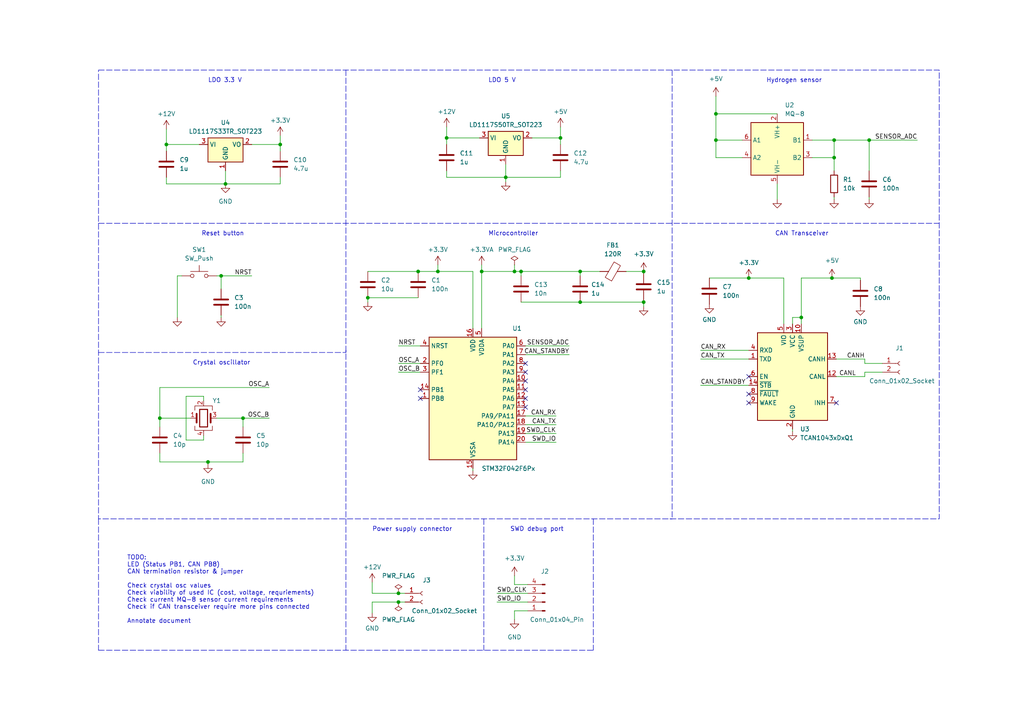
<source format=kicad_sch>
(kicad_sch (version 20230121) (generator eeschema)
  (paper "A4")
  (title_block (title "Hydrogen sensor") (date "2023-07-21") (rev "1") (company "Hydrogreen Pollub"))
  (lib_symbols
    (symbol "Connector:Conn_01x02_Socket" (pin_names (offset 1.016) hide)
      (property "Reference" "J" (at 0 2.54 0))
      (property "Value" "Conn_01x02_Socket" (at 0 -5.08 0))
      (symbol "Conn_01x02_Socket_1_1"
        (arc (start 0 -2.032) (mid -0.5058 -2.54) (end 0 -3.048) (stroke (width 0.1524)))
        (polyline (pts (xy -1.27 -2.54) (xy -0.508 -2.54)) (stroke (width 0.1524)))
        (polyline (pts (xy -1.27 0) (xy -0.508 0)) (stroke (width 0.1524)))
        (arc (start 0 0.508) (mid -0.5058 0) (end 0 -0.508) (stroke (width 0.1524)))
        (pin passive line (at -5.08 0 0) (length 3.81) (name "Pin_1") (number "1"))
        (pin passive line (at -5.08 -2.54 0) (length 3.81) (name "Pin_2") (number "2"))
      )
    )
    (symbol "Connector:Conn_01x04_Pin" (pin_names (offset 1.016) hide)
      (property "Reference" "J" (at 0 5.08 0))
      (property "Value" "Conn_01x04_Pin" (at 0 -7.62 0))
      (symbol "Conn_01x04_Pin_1_1"
        (polyline (pts (xy 1.27 -5.08) (xy 0.8636 -5.08)) (stroke (width 0.1524)))
        (polyline (pts (xy 1.27 -2.54) (xy 0.8636 -2.54)) (stroke (width 0.1524)))
        (polyline (pts (xy 1.27 0) (xy 0.8636 0)) (stroke (width 0.1524)))
        (polyline (pts (xy 1.27 2.54) (xy 0.8636 2.54)) (stroke (width 0.1524)))
        (rectangle (start 0.8636 -4.953) (end 0 -5.207) (stroke (width 0.1524)) (fill (type outline)))
        (rectangle (start 0.8636 -2.413) (end 0 -2.667) (stroke (width 0.1524)) (fill (type outline)))
        (rectangle (start 0.8636 0.127) (end 0 -0.127) (stroke (width 0.1524)) (fill (type outline)))
        (rectangle (start 0.8636 2.667) (end 0 2.413) (stroke (width 0.1524)) (fill (type outline)))
        (pin passive line (at 5.08 2.54 180) (length 3.81) (name "Pin_1") (number "1"))
        (pin passive line (at 5.08 0 180) (length 3.81) (name "Pin_2") (number "2"))
        (pin passive line (at 5.08 -2.54 180) (length 3.81) (name "Pin_3") (number "3"))
        (pin passive line (at 5.08 -5.08 180) (length 3.81) (name "Pin_4") (number "4"))
      )
    )
    (symbol "Device:C" (pin_numbers hide) (pin_names (offset 0.254))
      (property "Reference" "C" (at 0.635 2.54 0))
      (property "Value" "C" (at 0.635 -2.54 0))
      (symbol "C_0_1"
        (polyline (pts (xy -2.032 -0.762) (xy 2.032 -0.762)) (stroke (width 0.508)))
        (polyline (pts (xy -2.032 0.762) (xy 2.032 0.762)) (stroke (width 0.508)))
      )
      (symbol "C_1_1"
        (pin passive line (at 0 3.81 270) (length 2.794) (name "~") (number "1"))
        (pin passive line (at 0 -3.81 90) (length 2.794) (name "~") (number "2"))
      )
    )
    (symbol "Device:Crystal_GND24" (pin_names (offset 1.016) hide)
      (property "Reference" "Y" (at 3.175 5.08 0))
      (property "Value" "Crystal_GND24" (at 3.175 3.175 0))
      (symbol "Crystal_GND24_0_1"
        (rectangle (start -1.143 2.54) (end 1.143 -2.54) (stroke (width 0.3048)))
        (polyline (pts (xy -2.54 0) (xy -2.032 0)))
        (polyline (pts (xy -2.032 -1.27) (xy -2.032 1.27)) (stroke (width 0.508)))
        (polyline (pts (xy 0 -3.81) (xy 0 -3.556)))
        (polyline (pts (xy 0 3.556) (xy 0 3.81)))
        (polyline (pts (xy 2.032 -1.27) (xy 2.032 1.27)) (stroke (width 0.508)))
        (polyline (pts (xy 2.032 0) (xy 2.54 0)))
        (polyline (pts (xy -2.54 -2.286) (xy -2.54 -3.556) (xy 2.54 -3.556) (xy 2.54 -2.286)))
        (polyline (pts (xy -2.54 2.286) (xy -2.54 3.556) (xy 2.54 3.556) (xy 2.54 2.286)))
      )
      (symbol "Crystal_GND24_1_1"
        (pin passive line (at -3.81 0 0) (length 1.27) (name "1") (number "1"))
        (pin passive line (at 0 5.08 270) (length 1.27) (name "2") (number "2"))
        (pin passive line (at 3.81 0 180) (length 1.27) (name "3") (number "3"))
        (pin passive line (at 0 -5.08 90) (length 1.27) (name "4") (number "4"))
      )
    )
    (symbol "Device:FerriteBead" (pin_numbers hide) (pin_names (offset 0))
      (property "Reference" "FB" (at -3.81 0.635 90))
      (property "Value" "FerriteBead" (at 3.81 0 90))
      (symbol "FerriteBead_0_1"
        (polyline (pts (xy 0 -1.27) (xy 0 -1.2192)))
        (polyline (pts (xy 0 1.27) (xy 0 1.2954)))
        (polyline (pts (xy -2.7686 0.4064) (xy -1.7018 2.2606) (xy 2.7686 -0.3048) (xy 1.6764 -2.159) (xy -2.7686 0.4064)))
      )
      (symbol "FerriteBead_1_1"
        (pin passive line (at 0 3.81 270) (length 2.54) (name "~") (number "1"))
        (pin passive line (at 0 -3.81 90) (length 2.54) (name "~") (number "2"))
      )
    )
    (symbol "Device:R" (pin_numbers hide) (pin_names (offset 0))
      (property "Reference" "R" (at 2.032 0 90))
      (property "Value" "R" (at 0 0 90))
      (symbol "R_0_1"
        (rectangle (start -1.016 -2.54) (end 1.016 2.54) (stroke (width 0.254)))
      )
      (symbol "R_1_1"
        (pin passive line (at 0 3.81 270) (length 1.27) (name "~") (number "1"))
        (pin passive line (at 0 -3.81 90) (length 1.27) (name "~") (number "2"))
      )
    )
    (symbol "Interface_CAN_LIN:TCAN1043xDxQ1"
      (property "Reference" "U" (at -10.16 13.97 0))
      (property "Value" "TCAN1043xDxQ1" (at 3.81 13.97 0))
      (symbol "TCAN1043xDxQ1_0_1"
        (rectangle (start -10.16 12.7) (end 10.16 -12.7) (stroke (width 0.254)) (fill (type background)))
      )
      (symbol "TCAN1043xDxQ1_1_1"
        (pin input line (at -12.7 5.08 0) (length 2.54) (name "TXD") (number "1"))
        (pin power_in line (at 2.54 15.24 270) (length 2.54) (name "VSUP") (number "10"))
        (pin no_connect line (at 10.16 -10.16 180) (length 2.54) hide (name "NC") (number "11"))
        (pin bidirectional line (at 12.7 0 180) (length 2.54) (name "CANL") (number "12"))
        (pin bidirectional line (at 12.7 5.08 180) (length 2.54) (name "CANH") (number "13"))
        (pin input line (at -12.7 -2.54 0) (length 2.54) (name "~{STB}") (number "14"))
        (pin power_in line (at 0 -15.24 90) (length 2.54) (name "GND") (number "2"))
        (pin power_in line (at 0 15.24 270) (length 2.54) (name "VCC") (number "3"))
        (pin output line (at -12.7 7.62 0) (length 2.54) (name "RXD") (number "4"))
        (pin power_in line (at -2.54 15.24 270) (length 2.54) (name "VIO") (number "5"))
        (pin input line (at -12.7 0 0) (length 2.54) (name "EN") (number "6"))
        (pin open_emitter line (at 12.7 -7.62 180) (length 2.54) (name "INH") (number "7"))
        (pin output line (at -12.7 -5.08 0) (length 2.54) (name "~{FAULT}") (number "8"))
        (pin input line (at -12.7 -7.62 0) (length 2.54) (name "WAKE") (number "9"))
      )
    )
    (symbol "MCU_ST_STM32F0:STM32F042F6Px"
      (property "Reference" "U" (at -12.7 19.05 0))
      (property "Value" "STM32F042F6Px" (at 5.08 19.05 0))
      (symbol "STM32F042F6Px_0_1"
        (rectangle (start -12.7 -17.78) (end 12.7 17.78) (stroke (width 0.254)) (fill (type background)))
      )
      (symbol "STM32F042F6Px_1_1"
        (pin bidirectional line (at -15.24 0 0) (length 2.54) (name "PB8") (number "1"))
        (pin bidirectional line (at 15.24 5.08 180) (length 2.54) (name "PA4") (number "10"))
        (pin bidirectional line (at 15.24 2.54 180) (length 2.54) (name "PA5") (number "11"))
        (pin bidirectional line (at 15.24 0 180) (length 2.54) (name "PA6") (number "12"))
        (pin bidirectional line (at 15.24 -2.54 180) (length 2.54) (name "PA7") (number "13"))
        (pin bidirectional line (at -15.24 2.54 0) (length 2.54) (name "PB1") (number "14"))
        (pin power_in line (at 0 -20.32 90) (length 2.54) (name "VSSA") (number "15"))
        (pin power_in line (at 0 20.32 270) (length 2.54) (name "VDD") (number "16"))
        (pin bidirectional line (at 15.24 -5.08 180) (length 2.54) (name "PA9/PA11") (number "17"))
        (pin bidirectional line (at 15.24 -7.62 180) (length 2.54) (name "PA10/PA12") (number "18"))
        (pin bidirectional line (at 15.24 -10.16 180) (length 2.54) (name "PA13") (number "19"))
        (pin bidirectional line (at -15.24 10.16 0) (length 2.54) (name "PF0") (number "2"))
        (pin bidirectional line (at 15.24 -12.7 180) (length 2.54) (name "PA14") (number "20"))
        (pin bidirectional line (at -15.24 7.62 0) (length 2.54) (name "PF1") (number "3"))
        (pin input line (at -15.24 15.24 0) (length 2.54) (name "NRST") (number "4"))
        (pin power_in line (at 2.54 20.32 270) (length 2.54) (name "VDDA") (number "5"))
        (pin bidirectional line (at 15.24 15.24 180) (length 2.54) (name "PA0") (number "6"))
        (pin bidirectional line (at 15.24 12.7 180) (length 2.54) (name "PA1") (number "7"))
        (pin bidirectional line (at 15.24 10.16 180) (length 2.54) (name "PA2") (number "8"))
        (pin bidirectional line (at 15.24 7.62 180) (length 2.54) (name "PA3") (number "9"))
      )
    )
    (symbol "Regulator_Linear:LD1117S33TR_SOT223"
      (property "Reference" "U" (at -3.81 3.175 0))
      (property "Value" "LD1117S33TR_SOT223" (at 0 3.175 0))
      (symbol "LD1117S33TR_SOT223_0_1"
        (rectangle (start -5.08 -5.08) (end 5.08 1.905) (stroke (width 0.254)) (fill (type background)))
      )
      (symbol "LD1117S33TR_SOT223_1_1"
        (pin power_in line (at 0 -7.62 90) (length 2.54) (name "GND") (number "1"))
        (pin power_out line (at 7.62 0 180) (length 2.54) (name "VO") (number "2"))
        (pin power_in line (at -7.62 0 0) (length 2.54) (name "VI") (number "3"))
      )
    )
    (symbol "Regulator_Linear:LD1117S50TR_SOT223"
      (property "Reference" "U" (at -3.81 3.175 0))
      (property "Value" "LD1117S50TR_SOT223" (at 0 3.175 0))
      (symbol "LD1117S50TR_SOT223_0_1"
        (rectangle (start -5.08 -5.08) (end 5.08 1.905) (stroke (width 0.254)) (fill (type background)))
      )
      (symbol "LD1117S50TR_SOT223_1_1"
        (pin power_in line (at 0 -7.62 90) (length 2.54) (name "GND") (number "1"))
        (pin power_out line (at 7.62 0 180) (length 2.54) (name "VO") (number "2"))
        (pin power_in line (at -7.62 0 0) (length 2.54) (name "VI") (number "3"))
      )
    )
    (symbol "Sensor_Gas:MQ-6"
      (property "Reference" "U" (at -6.35 8.89 0))
      (property "Value" "MQ-6" (at 3.81 8.89 0))
      (symbol "MQ-6_0_1"
        (rectangle (start -7.62 7.62) (end 7.62 -7.62) (stroke (width 0.254)) (fill (type background)))
      )
      (symbol "MQ-6_1_1"
        (pin passive line (at 10.16 2.54 180) (length 2.54) (name "B1") (number "1"))
        (pin power_in line (at 0 10.16 270) (length 2.54) (name "VH+") (number "2"))
        (pin passive line (at 10.16 -2.54 180) (length 2.54) (name "B2") (number "3"))
        (pin passive line (at -10.16 -2.54 0) (length 2.54) (name "A2") (number "4"))
        (pin power_in line (at 0 -10.16 90) (length 2.54) (name "VH-") (number "5"))
        (pin passive line (at -10.16 2.54 0) (length 2.54) (name "A1") (number "6"))
      )
    )
    (symbol "Switch:SW_Push" (pin_numbers hide) (pin_names (offset 1.016) hide)
      (property "Reference" "SW" (at 1.27 2.54 0))
      (property "Value" "SW_Push" (at 0 -1.524 0))
      (symbol "SW_Push_0_1"
        (circle (center -2.032 0) (radius 0.508))
        (polyline (pts (xy 0 1.27) (xy 0 3.048)))
        (polyline (pts (xy 2.54 1.27) (xy -2.54 1.27)))
        (circle (center 2.032 0) (radius 0.508))
        (pin passive line (at -5.08 0 0) (length 2.54) (name "1") (number "1"))
        (pin passive line (at 5.08 0 180) (length 2.54) (name "2") (number "2"))
      )
    )
    (symbol "power:+12V" (power) (pin_names (offset 0))
      (property "Value" "+12V" (at 0 3.556 0))
      (symbol "+12V_0_1"
        (polyline (pts (xy -0.762 1.27) (xy 0 2.54)))
        (polyline (pts (xy 0 0) (xy 0 2.54)))
        (polyline (pts (xy 0 2.54) (xy 0.762 1.27)))
      )
      (symbol "+12V_1_1"
        (pin power_in line (at 0 0 90) (length 0) hide (name "+12V") (number "1"))
      )
    )
    (symbol "power:+3.3V" (power) (pin_names (offset 0))
      (property "Value" "+3.3V" (at 0 3.556 0))
      (symbol "+3.3V_0_1"
        (polyline (pts (xy -0.762 1.27) (xy 0 2.54)))
        (polyline (pts (xy 0 0) (xy 0 2.54)))
        (polyline (pts (xy 0 2.54) (xy 0.762 1.27)))
      )
      (symbol "+3.3V_1_1"
        (pin power_in line (at 0 0 90) (length 0) hide (name "+3.3V") (number "1"))
      )
    )
    (symbol "power:+3.3VA" (power) (pin_names (offset 0))
      (property "Value" "+3.3VA" (at 0 3.556 0))
      (symbol "+3.3VA_0_1"
        (polyline (pts (xy -0.762 1.27) (xy 0 2.54)))
        (polyline (pts (xy 0 0) (xy 0 2.54)))
        (polyline (pts (xy 0 2.54) (xy 0.762 1.27)))
      )
      (symbol "+3.3VA_1_1"
        (pin power_in line (at 0 0 90) (length 0) hide (name "+3.3VA") (number "1"))
      )
    )
    (symbol "power:+5V" (power) (pin_names (offset 0))
      (property "Value" "+5V" (at 0 3.556 0))
      (symbol "+5V_0_1"
        (polyline (pts (xy -0.762 1.27) (xy 0 2.54)))
        (polyline (pts (xy 0 0) (xy 0 2.54)))
        (polyline (pts (xy 0 2.54) (xy 0.762 1.27)))
      )
      (symbol "+5V_1_1"
        (pin power_in line (at 0 0 90) (length 0) hide (name "+5V") (number "1"))
      )
    )
    (symbol "power:GND" (power) (pin_names (offset 0))
      (property "Value" "GND" (at 0 -3.81 0))
      (symbol "GND_0_1"
        (polyline (pts (xy 0 0) (xy 0 -1.27) (xy 1.27 -1.27) (xy 0 -2.54) (xy -1.27 -1.27) (xy 0 -1.27)))
      )
      (symbol "GND_1_1"
        (pin power_in line (at 0 0 270) (length 0) hide (name "GND") (number "1"))
      )
    )
    (symbol "power:PWR_FLAG" (power) (pin_numbers hide) (pin_names (offset 0) hide)
      (property "Value" "PWR_FLAG" (at 0 3.81 0))
      (symbol "PWR_FLAG_0_0"
        (pin power_out line (at 0 0 90) (length 0) (name "pwr") (number "1"))
      )
      (symbol "PWR_FLAG_0_1"
        (polyline (pts (xy 0 0) (xy 0 1.27) (xy -1.016 1.905) (xy 0 2.54) (xy 1.016 1.905) (xy 0 1.27)))
      )
    )
  )
  (junction (at 139.7 78.74))
  (junction (at 207.645 40.64))
  (junction (at 168.275 87.63))
  (junction (at 241.935 40.64))
  (junction (at 81.28 41.91))
  (junction (at 232.41 92.075))
  (junction (at 207.645 33.02))
  (junction (at 149.225 78.74))
  (junction (at 106.68 86.36))
  (junction (at 186.69 78.74))
  (junction (at 168.275 78.74))
  (junction (at 151.13 78.74))
  (junction (at 129.54 40.005))
  (junction (at 115.57 174.625))
  (junction (at 64.135 80.01))
  (junction (at 65.405 53.34))
  (junction (at 186.69 87.63))
  (junction (at 127 78.74))
  (junction (at 162.56 40.005))
  (junction (at 121.285 78.74))
  (junction (at 46.355 121.285))
  (junction (at 115.57 172.085))
  (junction (at 146.685 51.435))
  (junction (at 241.935 45.72))
  (junction (at 252.095 40.64))
  (junction (at 241.3 80.645))
  (junction (at 217.17 80.645))
  (junction (at 48.26 41.91))
  (junction (at 60.325 133.985))
  (junction (at 70.485 121.285))
  (no_connect (at 152.4 118.11))
  (no_connect (at 121.92 115.57))
  (no_connect (at 152.4 110.49))
  (no_connect (at 152.4 115.57))
  (no_connect (at 152.4 105.41))
  (no_connect (at 152.4 113.03))
  (no_connect (at 242.57 116.84))
  (no_connect (at 217.17 116.84))
  (no_connect (at 152.4 107.95))
  (no_connect (at 121.92 113.03))
  (no_connect (at 217.17 114.3))
  (no_connect (at 217.17 109.22))
  (polyline (pts (xy 100.33 20.32) (xy 100.33 150.495)) (stroke (width 0) (type dash)))
  (wire (pts (xy 168.275 78.74) (xy 173.99 78.74)))
  (wire (pts (xy 46.355 112.395) (xy 78.105 112.395)))
  (wire (pts (xy 149.225 76.835) (xy 149.225 78.74)))
  (wire (pts (xy 107.95 172.085) (xy 107.95 168.91)))
  (wire (pts (xy 70.485 121.285) (xy 78.105 121.285)))
  (wire (pts (xy 250.825 105.41) (xy 250.825 104.14)))
  (wire (pts (xy 144.145 172.085) (xy 153.035 172.085)))
  (wire (pts (xy 59.055 116.205) (xy 59.055 114.935)))
  (wire (pts (xy 127 78.74) (xy 137.16 78.74)))
  (wire (pts (xy 106.68 86.36) (xy 121.285 86.36)))
  (wire (pts (xy 149.225 177.165) (xy 149.225 179.705)))
  (wire (pts (xy 137.16 136.525) (xy 137.16 135.89)))
  (wire (pts (xy 62.865 121.285) (xy 70.485 121.285)))
  (wire (pts (xy 151.13 87.63) (xy 168.275 87.63)))
  (wire (pts (xy 73.025 41.91) (xy 81.28 41.91)))
  (wire (pts (xy 48.26 53.34) (xy 48.26 51.435)))
  (wire (pts (xy 149.225 78.74) (xy 151.13 78.74)))
  (wire (pts (xy 232.41 92.075) (xy 232.41 93.98)))
  (wire (pts (xy 137.16 78.74) (xy 137.16 95.25)))
  (wire (pts (xy 139.7 76.835) (xy 139.7 78.74)))
  (wire (pts (xy 250.825 109.22) (xy 242.57 109.22)))
  (wire (pts (xy 153.035 177.165) (xy 149.225 177.165)))
  (wire (pts (xy 162.56 36.83) (xy 162.56 40.005)))
  (wire (pts (xy 115.57 172.085) (xy 107.95 172.085)))
  (polyline (pts (xy 194.31 150.495) (xy 194.945 150.495)))
  (wire (pts (xy 139.7 95.25) (xy 139.7 78.74)))
  (wire (pts (xy 146.685 47.625) (xy 146.685 51.435)))
  (wire (pts (xy 53.975 127.635) (xy 59.055 127.635)))
  (wire (pts (xy 48.26 43.815) (xy 48.26 41.91)))
  (wire (pts (xy 70.485 133.985) (xy 60.325 133.985)))
  (wire (pts (xy 252.095 40.64) (xy 266.065 40.64)))
  (wire (pts (xy 241.935 45.72) (xy 241.935 49.53)))
  (wire (pts (xy 59.055 126.365) (xy 59.055 127.635)))
  (wire (pts (xy 65.405 49.53) (xy 65.405 53.34)))
  (wire (pts (xy 59.055 114.935) (xy 53.975 114.935)))
  (wire (pts (xy 64.135 92.075) (xy 64.135 91.44)))
  (wire (pts (xy 46.355 121.285) (xy 46.355 123.825)))
  (wire (pts (xy 161.29 128.27) (xy 152.4 128.27)))
  (wire (pts (xy 232.41 80.645) (xy 241.3 80.645)))
  (wire (pts (xy 55.245 121.285) (xy 46.355 121.285)))
  (wire (pts (xy 235.585 40.64) (xy 241.935 40.64)))
  (wire (pts (xy 48.26 41.91) (xy 57.785 41.91)))
  (wire (pts (xy 227.33 93.98) (xy 227.33 80.645)))
  (wire (pts (xy 115.57 107.95) (xy 121.92 107.95)))
  (wire (pts (xy 217.17 80.645) (xy 227.33 80.645)))
  (wire (pts (xy 203.2 104.14) (xy 217.17 104.14)))
  (wire (pts (xy 146.685 51.435) (xy 162.56 51.435)))
  (wire (pts (xy 46.355 133.985) (xy 60.325 133.985)))
  (wire (pts (xy 154.305 40.005) (xy 162.56 40.005)))
  (wire (pts (xy 51.435 80.01) (xy 52.705 80.01)))
  (wire (pts (xy 225.425 57.785) (xy 225.425 53.34)))
  (wire (pts (xy 81.28 39.37) (xy 81.28 41.91)))
  (wire (pts (xy 181.61 78.74) (xy 186.69 78.74)))
  (wire (pts (xy 115.57 174.625) (xy 107.95 174.625)))
  (wire (pts (xy 250.825 104.14) (xy 242.57 104.14)))
  (wire (pts (xy 151.13 78.74) (xy 151.13 80.01)))
  (wire (pts (xy 48.26 41.91) (xy 48.26 37.465)))
  (polyline (pts (xy 28.575 102.235) (xy 100.33 102.235)) (stroke (width 0) (type dash)))
  (wire (pts (xy 250.825 107.95) (xy 250.825 109.22)))
  (wire (pts (xy 203.2 111.76) (xy 217.17 111.76)))
  (polyline (pts (xy 28.575 188.595) (xy 172.085 188.595)) (stroke (width 0) (type dash)))
  (wire (pts (xy 249.555 80.645) (xy 241.3 80.645)))
  (wire (pts (xy 81.28 53.34) (xy 81.28 51.435)))
  (wire (pts (xy 127 76.835) (xy 127 78.74)))
  (wire (pts (xy 255.905 105.41) (xy 250.825 105.41)))
  (wire (pts (xy 106.68 78.74) (xy 121.285 78.74)))
  (wire (pts (xy 232.41 80.645) (xy 232.41 92.075)))
  (wire (pts (xy 129.54 41.91) (xy 129.54 40.005)))
  (wire (pts (xy 249.555 81.28) (xy 249.555 80.645)))
  (wire (pts (xy 53.975 114.935) (xy 53.975 127.635)))
  (wire (pts (xy 161.29 123.19) (xy 152.4 123.19)))
  (wire (pts (xy 241.935 40.64) (xy 241.935 45.72)))
  (wire (pts (xy 146.685 52.705) (xy 146.685 51.435)))
  (wire (pts (xy 241.935 57.785) (xy 241.935 57.15)))
  (wire (pts (xy 207.645 27.94) (xy 207.645 33.02)))
  (wire (pts (xy 46.355 131.445) (xy 46.355 133.985)))
  (wire (pts (xy 115.57 105.41) (xy 121.92 105.41)))
  (polyline (pts (xy 28.575 150.495) (xy 28.575 188.595)) (stroke (width 0) (type dash)))
  (wire (pts (xy 252.095 57.785) (xy 252.095 57.15)))
  (wire (pts (xy 65.405 53.34) (xy 81.28 53.34)))
  (wire (pts (xy 165.1 100.33) (xy 152.4 100.33)))
  (wire (pts (xy 153.035 169.545) (xy 149.225 169.545)))
  (wire (pts (xy 129.54 51.435) (xy 129.54 49.53)))
  (wire (pts (xy 70.485 131.445) (xy 70.485 133.985)))
  (wire (pts (xy 162.56 51.435) (xy 162.56 49.53)))
  (wire (pts (xy 186.69 86.995) (xy 186.69 87.63)))
  (wire (pts (xy 229.87 92.075) (xy 232.41 92.075)))
  (wire (pts (xy 129.54 40.005) (xy 129.54 36.83)))
  (wire (pts (xy 149.225 169.545) (xy 149.225 167.005)))
  (wire (pts (xy 235.585 45.72) (xy 241.935 45.72)))
  (wire (pts (xy 229.87 93.98) (xy 229.87 92.075)))
  (polyline (pts (xy 28.575 64.77) (xy 272.415 64.77)) (stroke (width 0) (type dash)))
  (wire (pts (xy 215.265 40.64) (xy 207.645 40.64)))
  (wire (pts (xy 241.935 40.64) (xy 252.095 40.64)))
  (wire (pts (xy 161.29 125.73) (xy 152.4 125.73)))
  (wire (pts (xy 255.905 107.95) (xy 250.825 107.95)))
  (wire (pts (xy 186.69 87.63) (xy 168.275 87.63)))
  (wire (pts (xy 70.485 121.285) (xy 70.485 123.825)))
  (wire (pts (xy 117.475 174.625) (xy 115.57 174.625)))
  (wire (pts (xy 215.265 45.72) (xy 207.645 45.72)))
  (wire (pts (xy 64.135 80.01) (xy 73.025 80.01)))
  (wire (pts (xy 144.145 174.625) (xy 153.035 174.625)))
  (wire (pts (xy 46.355 121.285) (xy 46.355 112.395)))
  (wire (pts (xy 106.68 86.36) (xy 106.68 87.63)))
  (wire (pts (xy 60.325 134.62) (xy 60.325 133.985)))
  (wire (pts (xy 168.275 78.74) (xy 168.275 80.01)))
  (polyline (pts (xy 140.335 150.495) (xy 140.335 188.595)) (stroke (width 0) (type dash)))
  (wire (pts (xy 252.095 40.64) (xy 252.095 49.53)))
  (wire (pts (xy 186.69 78.74) (xy 186.69 79.375)))
  (wire (pts (xy 162.56 41.91) (xy 162.56 40.005)))
  (wire (pts (xy 121.285 78.74) (xy 127 78.74)))
  (wire (pts (xy 165.1 102.87) (xy 152.4 102.87)))
  (wire (pts (xy 117.475 172.085) (xy 115.57 172.085)))
  (wire (pts (xy 203.2 101.6) (xy 217.17 101.6)))
  (wire (pts (xy 151.13 78.74) (xy 168.275 78.74)))
  (polyline (pts (xy 100.33 102.235) (xy 100.33 101.6)))
  (wire (pts (xy 65.405 53.34) (xy 48.26 53.34)))
  (wire (pts (xy 161.29 120.65) (xy 152.4 120.65)))
  (wire (pts (xy 229.87 125.095) (xy 229.87 124.46)))
  (wire (pts (xy 64.135 80.01) (xy 64.135 83.82)))
  (wire (pts (xy 115.57 100.33) (xy 121.92 100.33)))
  (polyline (pts (xy 194.945 20.32) (xy 194.945 150.495)) (stroke (width 0) (type dash)))
  (wire (pts (xy 51.435 80.01) (xy 51.435 92.075)))
  (polyline (pts (xy 172.085 150.495) (xy 172.085 188.595)) (stroke (width 0) (type dash)))
  (wire (pts (xy 205.74 80.645) (xy 217.17 80.645)))
  (wire (pts (xy 139.7 78.74) (xy 149.225 78.74)))
  (wire (pts (xy 207.645 40.64) (xy 207.645 33.02)))
  (wire (pts (xy 186.69 88.9) (xy 186.69 87.63)))
  (wire (pts (xy 129.54 51.435) (xy 146.685 51.435)))
  (wire (pts (xy 207.645 33.02) (xy 225.425 33.02)))
  (wire (pts (xy 207.645 45.72) (xy 207.645 40.64)))
  (polyline (pts (xy 100.33 188.595) (xy 100.965 188.595)))
  (wire (pts (xy 129.54 40.005) (xy 139.065 40.005)))
  (wire (pts (xy 62.865 80.01) (xy 64.135 80.01)))
  (wire (pts (xy 81.28 43.815) (xy 81.28 41.91)))
  (polyline (pts (xy 100.33 150.495) (xy 100.33 188.595)) (stroke (width 0) (type dash)))
  (wire (pts (xy 107.95 174.625) (xy 107.95 177.8)))
  (rectangle (start 28.575 20.32) (end 272.415 150.495) (stroke (width 0) (type dash)))
  (text "TODO:\nLED (Status PB1, CAN PB8)\nCAN termination resistor & jumper\n\nCheck crystal osc values\nCheck viability of used IC (cost, voltage, requriements)\nCheck current MQ-8 sensor current requirements\nCheck if CAN transceiver require more pins connected\n\nAnnotate document" (at 36.83 180.975 0) (effects (font (size 1.27 1.27)) (justify left bottom)))
  (text "Microcontroller" (at 141.605 68.58 0) (effects (font (size 1.27 1.27)) (justify left bottom)))
  (text "LDO 5 V" (at 141.605 24.13 0) (effects (font (size 1.27 1.27)) (justify left bottom)))
  (text "Power supply connector" (at 107.95 154.305 0) (effects (font (size 1.27 1.27)) (justify left bottom)))
  (text "SWD debug port" (at 147.955 154.305 0) (effects (font (size 1.27 1.27)) (justify left bottom)))
  (text "Crystal oscillator" (at 55.88 106.045 0) (effects (font (size 1.27 1.27)) (justify left bottom)))
  (text "Reset button" (at 58.42 68.58 0) (effects (font (size 1.27 1.27)) (justify left bottom)))
  (text "LDO 3.3 V" (at 60.325 24.13 0) (effects (font (size 1.27 1.27)) (justify left bottom)))
  (text "Hydrogen sensor" (at 222.25 24.13 0) (effects (font (size 1.27 1.27)) (justify left bottom)))
  (text "CAN Transceiver" (at 224.79 68.58 0) (effects (font (size 1.27 1.27)) (justify left bottom)))
  (label "SWD_CLK" (at 161.29 125.73 180))
  (label "OSC_A" (at 78.105 112.395 180))
  (label "SWD_IO" (at 144.145 174.625 0))
  (label "CAN_TX" (at 161.29 123.19 180))
  (label "CAN_STANDBY" (at 203.2 111.76 0))
  (label "SENSOR_ADC" (at 266.065 40.64 180))
  (label "OSC_A" (at 115.57 105.41 0))
  (label "SENSOR_ADC" (at 165.1 100.33 180))
  (label "CAN_RX" (at 203.2 101.6 0))
  (label "CAN_RX" (at 161.29 120.65 180))
  (label "CAN_TX" (at 203.2 104.14 0))
  (label "OSC_B" (at 115.57 107.95 0))
  (label "OSC_B" (at 78.105 121.285 180))
  (label "CAN_STANDBY" (at 165.1 102.87 180))
  (label "CANH" (at 250.825 104.14 180))
  (label "CANL" (at 248.285 109.22 180))
  (label "NRST" (at 115.57 100.33 0))
  (label "SWD_CLK" (at 144.145 172.085 0))
  (label "NRST" (at 73.025 80.01 180))
  (label "SWD_IO" (at 161.29 128.27 180))
  (symbol (lib_id "Connector:Conn_01x02_Socket") (at 260.985 105.41 0) (unit 1)
    (property "Reference" "J1" (at 259.715 100.965 0) (effects (justify left)))
    (property "Value" "Conn_01x02_Socket" (at 252.095 110.49 0) (effects (justify left)))
  )
  (symbol (lib_id "Device:R") (at 241.935 53.34 0) (unit 1)
    (property "Reference" "R1" (at 244.475 52.07 0) (effects (justify left)))
    (property "Value" "10k" (at 244.475 54.61 0) (effects (justify left)))
  )
  (symbol (lib_id "Device:C") (at 162.56 45.72 0) (unit 1)
    (property "Reference" "C12" (at 166.37 44.45 0) (effects (justify left)))
    (property "Value" "4.7u" (at 166.37 46.99 0) (effects (justify left)))
  )
  (symbol (lib_id "Sensor_Gas:MQ-6") (at 225.425 43.18 0) (unit 1)
    (property "Reference" "U2" (at 227.6191 30.48 0) (effects (justify left)))
    (property "Value" "MQ-8" (at 227.6191 33.02 0) (effects (justify left)))
    (property "Footprint" "Sensor:MQ-6" (effects hide))
    (property "Datasheet" "https://www.winsen-sensor.com/d/files/semiconductor/mq-6.pdf" (effects hide))
  )
  (symbol (lib_id "Regulator_Linear:LD1117S33TR_SOT223") (at 65.405 41.91 0) (unit 1)
    (property "Reference" "U4" (at 65.405 35.56 0))
    (property "Value" "LD1117S33TR_SOT223" (at 65.405 38.1 0))
    (property "Footprint" "Package_TO_SOT_SMD:SOT-223-3_TabPin2" (effects hide))
    (property "Datasheet" "http://www.st.com/st-web-ui/static/active/en/resource/technical/document/datasheet/CD00000544.pdf" (effects hide))
  )
  (symbol (lib_id "MCU_ST_STM32F0:STM32F042F6Px") (at 137.16 115.57 0) (unit 1)
    (property "Reference" "U1" (at 148.59 95.25 0) (effects (justify left)))
    (property "Value" "STM32F042F6Px" (at 139.7 135.89 0) (effects (justify left)))
    (property "Footprint" "Package_SO:TSSOP-20_4.4x6.5mm_P0.65mm" (effects hide))
    (property "Datasheet" "https://www.st.com/resource/en/datasheet/stm32f042f6.pdf" (effects hide))
  )
  (symbol (lib_id "Device:C") (at 121.285 82.55 0) (unit 1)
    (property "Reference" "C1" (at 125.095 81.28 0) (effects (justify left)))
    (property "Value" "100n" (at 125.095 83.82 0) (effects (justify left)))
  )
  (symbol (lib_id "Device:C") (at 64.135 87.63 0) (unit 1)
    (property "Reference" "C3" (at 67.945 86.36 0) (effects (justify left)))
    (property "Value" "100n" (at 67.945 88.9 0) (effects (justify left)))
  )
  (symbol (lib_id "power:+3.3V") (at 127 76.835 0) (unit 1)
    (property "Reference" "#PWR01" (effects hide))
    (property "Value" "+3.3V" (at 127 72.39 0))
  )
  (symbol (lib_id "power:+3.3V") (at 149.225 167.005 0) (unit 1)
    (property "Reference" "#PWR025" (effects hide))
    (property "Value" "+3.3V" (at 149.225 161.925 0))
  )
  (symbol (lib_id "power:GND") (at 186.69 88.9 0) (unit 1)
    (property "Reference" "#PWR023" (effects hide))
    (property "Value" "GND" (effects hide))
  )
  (symbol (lib_id "Connector:Conn_01x04_Pin") (at 158.115 174.625 180) (unit 1)
    (property "Reference" "J2" (at 156.845 165.735 0) (effects (justify right)))
    (property "Value" "Conn_01x04_Pin" (at 153.67 179.705 0) (effects (justify right)))
  )
  (symbol (lib_id "Device:C") (at 106.68 82.55 0) (unit 1)
    (property "Reference" "C2" (at 110.49 81.28 0) (effects (justify left)))
    (property "Value" "10u" (at 110.49 83.82 0) (effects (justify left)))
  )
  (symbol (lib_id "power:+5V") (at 207.645 27.94 0) (unit 1)
    (property "Reference" "#PWR06" (effects hide))
    (property "Value" "+5V" (at 207.645 22.86 0))
  )
  (symbol (lib_id "power:+5V") (at 241.3 80.645 0) (unit 1)
    (property "Reference" "#PWR012" (effects hide))
    (property "Value" "+5V" (at 241.3 75.565 0))
  )
  (symbol (lib_id "power:GND") (at 106.68 87.63 0) (unit 1)
    (property "Reference" "#PWR02" (effects hide))
    (property "Value" "GND" (effects hide))
  )
  (symbol (lib_id "Device:C") (at 249.555 85.09 0) (unit 1)
    (property "Reference" "C8" (at 253.365 83.82 0) (effects (justify left)))
    (property "Value" "100n" (at 253.365 86.36 0) (effects (justify left)))
  )
  (symbol (lib_id "power:GND") (at 241.935 57.785 0) (unit 1)
    (property "Reference" "#PWR08" (effects hide))
    (property "Value" "GND" (effects hide))
  )
  (symbol (lib_id "power:PWR_FLAG") (at 115.57 172.085 0) (unit 1)
    (property "Reference" "#FLG01" (effects hide))
    (property "Value" "PWR_FLAG" (at 115.57 167.005 0))
  )
  (symbol (lib_id "power:+3.3V") (at 81.28 39.37 0) (unit 1)
    (property "Reference" "#PWR016" (effects hide))
    (property "Value" "+3.3V" (at 81.28 34.925 0))
  )
  (symbol (lib_id "power:+3.3V") (at 217.17 80.645 0) (unit 1)
    (property "Reference" "#PWR011" (effects hide))
    (property "Value" "+3.3V" (at 217.17 76.2 0))
  )
  (symbol (lib_id "power:+3.3V") (at 186.69 78.74 0) (unit 1)
    (property "Reference" "#PWR024" (effects hide))
    (property "Value" "+3.3V" (at 186.69 73.66 0))
  )
  (symbol (lib_id "power:+5V") (at 162.56 36.83 0) (unit 1)
    (property "Reference" "#PWR020" (effects hide))
    (property "Value" "+5V" (at 162.56 32.385 0))
  )
  (symbol (lib_id "Device:Crystal_GND24") (at 59.055 121.285 0) (unit 1)
    (property "Reference" "Y1" (at 62.865 116.205 0))
    (property "Value" "Crystal_GND24" (effects hide))
  )
  (symbol (lib_id "power:GND") (at 107.95 177.8 0) (unit 1)
    (property "Reference" "#PWR028" (effects hide))
    (property "Value" "GND" (at 107.95 182.245 0))
  )
  (symbol (lib_id "power:PWR_FLAG") (at 149.225 76.835 0) (unit 1)
    (property "Reference" "#FLG02" (effects hide))
    (property "Value" "PWR_FLAG" (at 149.225 72.39 0))
  )
  (symbol (lib_id "power:GND") (at 252.095 57.785 0) (unit 1)
    (property "Reference" "#PWR09" (effects hide))
    (property "Value" "GND" (effects hide))
  )
  (symbol (lib_id "power:+12V") (at 107.95 168.91 0) (unit 1)
    (property "Reference" "#PWR027" (effects hide))
    (property "Value" "+12V" (at 107.95 164.465 0))
  )
  (symbol (lib_id "power:+12V") (at 48.26 37.465 0) (unit 1)
    (property "Reference" "#PWR015" (effects hide))
    (property "Value" "+12V" (at 48.26 33.02 0))
  )
  (symbol (lib_id "Switch:SW_Push") (at 57.785 80.01 0) (unit 1)
    (property "Reference" "SW1" (at 57.785 72.39 0))
    (property "Value" "SW_Push" (at 57.785 74.93 0))
  )
  (symbol (lib_id "Device:C") (at 168.275 83.82 0) (unit 1)
    (property "Reference" "C14" (at 171.45 82.55 0) (effects (justify left)))
    (property "Value" "1u" (at 171.45 85.09 0) (effects (justify left)))
  )
  (symbol (lib_id "Device:FerriteBead") (at 177.8 78.74 90) (unit 1)
    (property "Reference" "FB1" (at 177.7492 71.12 90))
    (property "Value" "120R" (at 177.7492 73.66 90))
  )
  (symbol (lib_id "power:GND") (at 205.74 88.265 0) (unit 1)
    (property "Reference" "#PWR013" (effects hide))
    (property "Value" "GND" (at 205.74 92.71 0))
  )
  (symbol (lib_id "Device:C") (at 129.54 45.72 0) (unit 1)
    (property "Reference" "C11" (at 133.35 44.45 0) (effects (justify left)))
    (property "Value" "1u" (at 133.35 46.99 0) (effects (justify left)))
  )
  (symbol (lib_id "power:GND") (at 64.135 92.075 0) (unit 1)
    (property "Reference" "#PWR03" (effects hide))
    (property "Value" "GND" (effects hide))
  )
  (symbol (lib_id "power:GND") (at 229.87 125.095 0) (unit 1)
    (property "Reference" "#PWR021" (effects hide))
    (property "Value" "GND" (effects hide))
  )
  (symbol (lib_id "Connector:Conn_01x02_Socket") (at 122.555 172.085 0) (unit 1)
    (property "Reference" "J3" (at 122.555 168.275 0) (effects (justify left)))
    (property "Value" "Conn_01x02_Socket" (at 119.38 177.165 0) (effects (justify left)))
  )
  (symbol (lib_id "Regulator_Linear:LD1117S50TR_SOT223") (at 146.685 40.005 0) (unit 1)
    (property "Reference" "U5" (at 146.685 33.655 0))
    (property "Value" "LD1117S50TR_SOT223" (at 146.685 36.195 0))
    (property "Footprint" "Package_TO_SOT_SMD:SOT-223-3_TabPin2" (effects hide))
    (property "Datasheet" "http://www.st.com/st-web-ui/static/active/en/resource/technical/document/datasheet/CD00000544.pdf" (effects hide))
  )
  (symbol (lib_id "power:+3.3VA") (at 139.7 76.835 0) (unit 1)
    (property "Reference" "#PWR022" (effects hide))
    (property "Value" "+3.3VA" (at 139.7 72.39 0))
  )
  (symbol (lib_id "power:GND") (at 146.685 52.705 0) (unit 1)
    (property "Reference" "#PWR019" (effects hide))
    (property "Value" "GND" (effects hide))
  )
  (symbol (lib_id "power:PWR_FLAG") (at 115.57 174.625 180) (unit 1)
    (property "Reference" "#FLG03" (effects hide))
    (property "Value" "PWR_FLAG" (at 115.57 179.705 0))
  )
  (symbol (lib_id "Device:C") (at 81.28 47.625 0) (unit 1)
    (property "Reference" "C10" (at 85.09 46.355 0) (effects (justify left)))
    (property "Value" "4.7u" (at 85.09 48.895 0) (effects (justify left)))
  )
  (symbol (lib_id "Device:C") (at 70.485 127.635 0) (unit 1)
    (property "Reference" "C5" (at 74.295 126.365 0) (effects (justify left)))
    (property "Value" "10p" (at 74.295 128.905 0) (effects (justify left)))
  )
  (symbol (lib_id "power:GND") (at 60.325 134.62 0) (unit 1)
    (property "Reference" "#PWR04" (effects hide))
    (property "Value" "GND" (at 60.325 139.7 0))
  )
  (symbol (lib_id "Device:C") (at 252.095 53.34 0) (unit 1)
    (property "Reference" "C6" (at 255.905 52.07 0) (effects (justify left)))
    (property "Value" "100n" (at 255.905 54.61 0) (effects (justify left)))
  )
  (symbol (lib_id "Device:C") (at 186.69 83.185 0) (unit 1)
    (property "Reference" "C15" (at 190.5 81.915 0) (effects (justify left)))
    (property "Value" "1u" (at 190.5 84.455 0) (effects (justify left)))
  )
  (symbol (lib_id "power:GND") (at 225.425 57.785 0) (unit 1)
    (property "Reference" "#PWR07" (effects hide))
    (property "Value" "GND" (effects hide))
  )
  (symbol (lib_id "power:+12V") (at 129.54 36.83 0) (unit 1)
    (property "Reference" "#PWR018" (effects hide))
    (property "Value" "+12V" (at 129.54 32.385 0))
  )
  (symbol (lib_id "power:GND") (at 137.16 136.525 0) (unit 1)
    (property "Reference" "#PWR05" (effects hide))
    (property "Value" "GND" (effects hide))
  )
  (symbol (lib_id "Device:C") (at 48.26 47.625 0) (unit 1)
    (property "Reference" "C9" (at 52.07 46.355 0) (effects (justify left)))
    (property "Value" "1u" (at 52.07 48.895 0) (effects (justify left)))
  )
  (symbol (lib_id "power:GND") (at 65.405 53.34 0) (unit 1)
    (property "Reference" "#PWR017" (effects hide))
    (property "Value" "GND" (at 65.405 58.42 0))
  )
  (symbol (lib_id "power:GND") (at 51.435 92.075 0) (unit 1)
    (property "Reference" "#PWR010" (effects hide))
    (property "Value" "GND" (effects hide))
  )
  (symbol (lib_id "power:GND") (at 249.555 88.9 0) (unit 1)
    (property "Reference" "#PWR014" (effects hide))
    (property "Value" "GND" (at 249.555 93.345 0))
  )
  (symbol (lib_id "Device:C") (at 205.74 84.455 0) (unit 1)
    (property "Reference" "C7" (at 209.55 83.185 0) (effects (justify left)))
    (property "Value" "100n" (at 209.55 85.725 0) (effects (justify left)))
  )
  (symbol (lib_id "Device:C") (at 151.13 83.82 0) (unit 1)
    (property "Reference" "C13" (at 154.94 82.55 0) (effects (justify left)))
    (property "Value" "10n" (at 154.94 85.09 0) (effects (justify left)))
  )
  (symbol (lib_id "Device:C") (at 46.355 127.635 0) (unit 1)
    (property "Reference" "C4" (at 50.165 126.365 0) (effects (justify left)))
    (property "Value" "10p" (at 50.165 128.905 0) (effects (justify left)))
  )
  (symbol (lib_id "Interface_CAN_LIN:TCAN1043xDxQ1") (at 229.87 109.22 0) (unit 1)
    (property "Reference" "U3" (at 232.0641 124.46 0) (effects (justify left)))
    (property "Value" "TCAN1043xDxQ1" (at 232.0641 127 0) (effects (justify left)))
    (property "Footprint" "Package_SO:SOIC-14_3.9x8.7mm_P1.27mm" (effects hide))
    (property "Datasheet" "http://www.ti.com/lit/ds/symlink/tcan1043-q1.pdf" (effects hide))
  )
  (symbol (lib_id "power:GND") (at 149.225 179.705 0) (unit 1)
    (property "Reference" "#PWR026" (effects hide))
    (property "Value" "GND" (at 149.225 184.785 0))
  )
)
</source>
